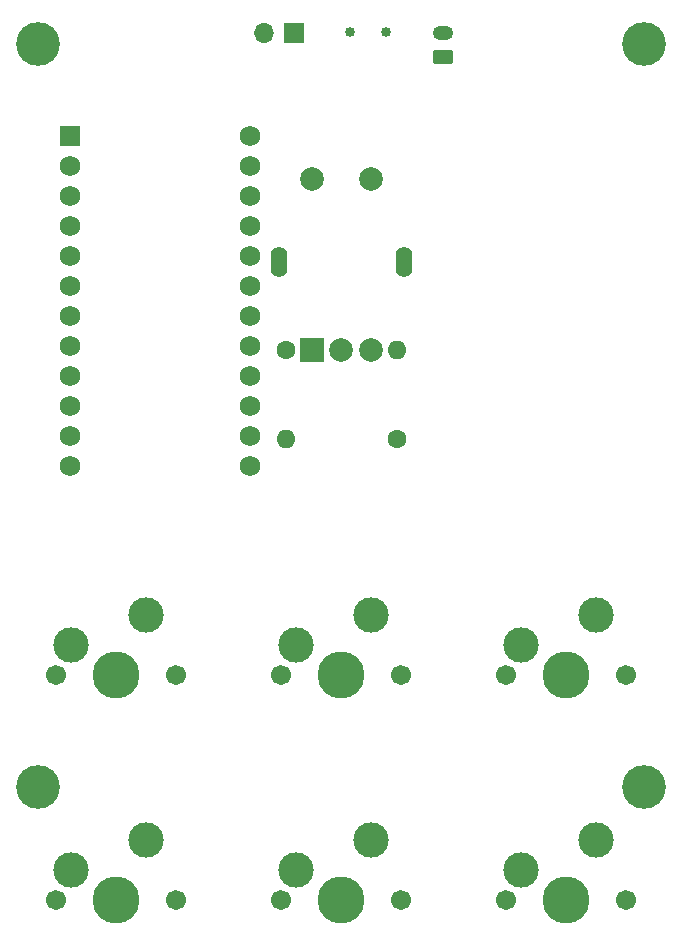
<source format=gts>
%TF.GenerationSoftware,KiCad,Pcbnew,(6.0.4)*%
%TF.CreationDate,2022-04-07T14:17:58+02:00*%
%TF.ProjectId,Little Big Scroll 6,4c697474-6c65-4204-9269-67205363726f,v1.01*%
%TF.SameCoordinates,Original*%
%TF.FileFunction,Soldermask,Top*%
%TF.FilePolarity,Negative*%
%FSLAX46Y46*%
G04 Gerber Fmt 4.6, Leading zero omitted, Abs format (unit mm)*
G04 Created by KiCad (PCBNEW (6.0.4)) date 2022-04-07 14:17:58*
%MOMM*%
%LPD*%
G01*
G04 APERTURE LIST*
G04 Aperture macros list*
%AMRoundRect*
0 Rectangle with rounded corners*
0 $1 Rounding radius*
0 $2 $3 $4 $5 $6 $7 $8 $9 X,Y pos of 4 corners*
0 Add a 4 corners polygon primitive as box body*
4,1,4,$2,$3,$4,$5,$6,$7,$8,$9,$2,$3,0*
0 Add four circle primitives for the rounded corners*
1,1,$1+$1,$2,$3*
1,1,$1+$1,$4,$5*
1,1,$1+$1,$6,$7*
1,1,$1+$1,$8,$9*
0 Add four rect primitives between the rounded corners*
20,1,$1+$1,$2,$3,$4,$5,0*
20,1,$1+$1,$4,$5,$6,$7,0*
20,1,$1+$1,$6,$7,$8,$9,0*
20,1,$1+$1,$8,$9,$2,$3,0*%
G04 Aperture macros list end*
%ADD10R,1.752600X1.752600*%
%ADD11C,1.752600*%
%ADD12C,3.000000*%
%ADD13C,1.701800*%
%ADD14C,3.987800*%
%ADD15R,2.000000X2.000000*%
%ADD16C,2.000000*%
%ADD17O,1.400000X2.600000*%
%ADD18C,3.700000*%
%ADD19R,1.700000X1.700000*%
%ADD20O,1.700000X1.700000*%
%ADD21RoundRect,0.250000X0.625000X-0.350000X0.625000X0.350000X-0.625000X0.350000X-0.625000X-0.350000X0*%
%ADD22O,1.750000X1.200000*%
%ADD23C,1.600000*%
%ADD24O,1.600000X1.600000*%
%ADD25C,0.850000*%
G04 APERTURE END LIST*
D10*
X87340000Y-57510000D03*
D11*
X87340000Y-60050000D03*
X87340000Y-62590000D03*
X87340000Y-65130000D03*
X87340000Y-67670000D03*
X87340000Y-70210000D03*
X87340000Y-72750000D03*
X87340000Y-75290000D03*
X87340000Y-77830000D03*
X87340000Y-80370000D03*
X87340000Y-82910000D03*
X87340000Y-85450000D03*
X102580000Y-85450000D03*
X102580000Y-82910000D03*
X102580000Y-80370000D03*
X102580000Y-77830000D03*
X102580000Y-75290000D03*
X102580000Y-72750000D03*
X102580000Y-70210000D03*
X102580000Y-67670000D03*
X102580000Y-65130000D03*
X102580000Y-62590000D03*
X102580000Y-60050000D03*
X102580000Y-57510000D03*
D12*
X93760000Y-98080000D03*
D13*
X86140000Y-103160000D03*
D12*
X87410000Y-100620000D03*
D14*
X91220000Y-103160000D03*
D13*
X96300000Y-103160000D03*
D12*
X106460000Y-100620000D03*
D13*
X115350000Y-103160000D03*
X105190000Y-103160000D03*
D14*
X110270000Y-103160000D03*
D12*
X112810000Y-98080000D03*
D13*
X124240000Y-103160000D03*
D12*
X131860000Y-98080000D03*
D13*
X134400000Y-103160000D03*
D12*
X125510000Y-100620000D03*
D14*
X129320000Y-103160000D03*
D13*
X86140000Y-122210000D03*
D14*
X91220000Y-122210000D03*
D13*
X96300000Y-122210000D03*
D12*
X93760000Y-117130000D03*
X87410000Y-119670000D03*
D13*
X105190000Y-122210000D03*
D12*
X112810000Y-117130000D03*
D14*
X110270000Y-122210000D03*
D13*
X115350000Y-122210000D03*
D12*
X106460000Y-119670000D03*
D14*
X129320000Y-122210000D03*
D12*
X131860000Y-117130000D03*
X125510000Y-119670000D03*
D13*
X134400000Y-122210000D03*
X124240000Y-122210000D03*
D15*
X107770000Y-75660000D03*
D16*
X112770000Y-75660000D03*
X110270000Y-75660000D03*
D17*
X104970000Y-68160000D03*
X115570000Y-68160000D03*
D16*
X112770000Y-61160000D03*
X107770000Y-61160000D03*
D18*
X84600000Y-112685000D03*
X135940000Y-112685000D03*
X135940000Y-49730000D03*
X84600000Y-49730000D03*
D19*
X106250000Y-48810000D03*
D20*
X103710000Y-48810000D03*
D21*
X118870000Y-50820000D03*
D22*
X118870000Y-48820000D03*
D23*
X114990000Y-83170000D03*
D24*
X114990000Y-75670000D03*
D23*
X105570000Y-75650000D03*
D24*
X105570000Y-83150000D03*
D25*
X114040000Y-48750000D03*
X111040000Y-48750000D03*
M02*

</source>
